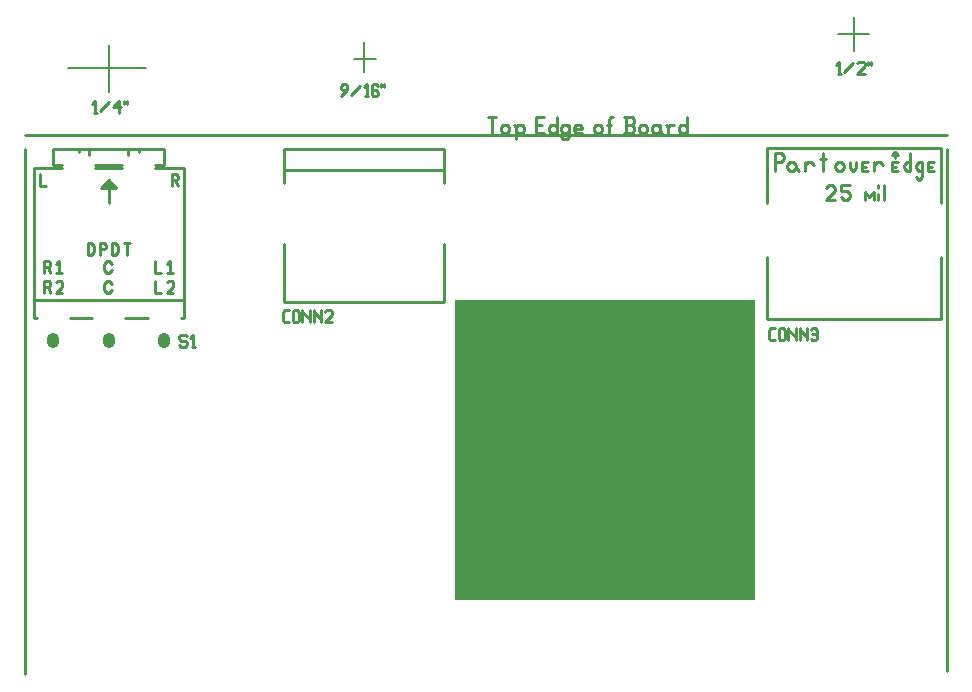
<source format=gbr>
G04 start of page 5 for group -4079 idx -4079 *
G04 Title: (unknown), topsilk *
G04 Creator: pcb 20091103 *
G04 CreationDate: Fri Aug 27 15:58:52 2010 UTC *
G04 For: fosse *
G04 Format: Gerber/RS-274X *
G04 PCB-Dimensions: 330000 250000 *
G04 PCB-Coordinate-Origin: lower left *
%MOIN*%
%FSLAX25Y25*%
%LNFRONTSILK*%
%ADD14C,0.0200*%
%ADD23C,0.0110*%
%ADD24C,0.0060*%
%ADD25C,0.0100*%
%ADD26C,0.0400*%
G54D14*G36*
X156000Y30000D02*Y130000D01*
X256000D01*
Y30000D01*
X156000D01*
G37*
G54D23*X12500Y180500D02*Y5500D01*
G54D24*X40500Y207500D02*X53000D01*
X27000D01*
X129400Y210600D02*X122200D01*
X125500Y216000D02*Y206000D01*
X284800Y218800D02*X293900D01*
X283500D01*
X288900D02*X284800D01*
X40500Y215000D02*Y199500D01*
G54D23*X320000Y6500D02*Y180500D01*
G54D25*X12500Y185000D02*X320000D01*
G54D24*X289000Y224500D02*Y213000D01*
G54D25*X283500Y205500D02*X284500D01*
X284000Y209500D02*Y205500D01*
X283000Y208500D02*X284000Y209500D01*
X285701Y206000D02*X288701Y209000D01*
X289902D02*X290402Y209500D01*
X291902D01*
X292402Y209000D01*
Y208000D01*
X289902Y205500D02*X292402Y208000D01*
X289902Y205500D02*X292402D01*
X293603Y209500D02*Y208500D01*
X294603Y209500D02*Y208500D01*
X118000Y198000D02*X120000Y200000D01*
Y201500D02*Y200000D01*
X119500Y202000D02*X120000Y201500D01*
X118500Y202000D02*X119500D01*
X118000Y201500D02*X118500Y202000D01*
X118000Y201500D02*Y200500D01*
X118500Y200000D01*
X120000D01*
X121201Y198500D02*X124201Y201500D01*
X125902Y198000D02*X126902D01*
X126402Y202000D02*Y198000D01*
X125402Y201000D02*X126402Y202000D01*
X129603D02*X130103Y201500D01*
X128603Y202000D02*X129603D01*
X128103Y201500D02*X128603Y202000D01*
X128103Y201500D02*Y198500D01*
X128603Y198000D01*
X129603Y200000D02*X130103Y199500D01*
X128103Y200000D02*X129603D01*
X128603Y198000D02*X129603D01*
X130103Y198500D01*
Y199500D02*Y198500D01*
X131304Y202000D02*Y201000D01*
X132304Y202000D02*Y201000D01*
X35500Y192500D02*X36500D01*
X36000Y196500D02*Y192500D01*
X35000Y195500D02*X36000Y196500D01*
X37701Y193000D02*X40701Y196000D01*
X41902Y194500D02*X43902Y196500D01*
X41902Y194500D02*X44402D01*
X43902Y196500D02*Y192500D01*
X45603Y196500D02*Y195500D01*
X46603Y196500D02*Y195500D01*
X167000Y191170D02*X169660D01*
X168330D02*Y185850D01*
X171257Y187845D02*Y186515D01*
Y187845D02*X171922Y188510D01*
X173252D01*
X173917Y187845D01*
Y186515D01*
X173252Y185850D02*X173917Y186515D01*
X171922Y185850D02*X173252D01*
X171257Y186515D02*X171922Y185850D01*
X176179Y187845D02*Y183855D01*
X175514Y188510D02*X176179Y187845D01*
X176844Y188510D01*
X178174D01*
X178839Y187845D01*
Y186515D01*
X178174Y185850D02*X178839Y186515D01*
X176844Y185850D02*X178174D01*
X176179Y186515D02*X176844Y185850D01*
X182830Y188510D02*X184825D01*
X182830Y185850D02*X185490D01*
X182830Y191170D02*Y185850D01*
Y191170D02*X185490D01*
X189748D02*Y185850D01*
X189083D02*X189748Y186515D01*
X187753Y185850D02*X189083D01*
X187088Y186515D02*X187753Y185850D01*
X187088Y187845D02*Y186515D01*
Y187845D02*X187753Y188510D01*
X189083D01*
X189748Y187845D01*
X193340Y188510D02*X194005Y187845D01*
X192010Y188510D02*X193340D01*
X191345Y187845D02*X192010Y188510D01*
X191345Y187845D02*Y186515D01*
X192010Y185850D01*
X193340D01*
X194005Y186515D01*
X191345Y184520D02*X192010Y183855D01*
X193340D01*
X194005Y184520D01*
Y188510D02*Y184520D01*
X196267Y185850D02*X198262D01*
X195602Y186515D02*X196267Y185850D01*
X195602Y187845D02*Y186515D01*
Y187845D02*X196267Y188510D01*
X197597D01*
X198262Y187845D01*
X195602Y187180D02*X198262D01*
Y187845D02*Y187180D01*
X202254Y187845D02*Y186515D01*
Y187845D02*X202919Y188510D01*
X204249D01*
X204914Y187845D01*
Y186515D01*
X204249Y185850D02*X204914Y186515D01*
X202919Y185850D02*X204249D01*
X202254Y186515D02*X202919Y185850D01*
X207176Y190505D02*Y185850D01*
Y190505D02*X207841Y191170D01*
X208506D01*
X206511Y188510D02*X207841D01*
X212231Y185850D02*X214891D01*
X215556Y186515D01*
Y187845D02*Y186515D01*
X214891Y188510D02*X215556Y187845D01*
X212896Y188510D02*X214891D01*
X212896Y191170D02*Y185850D01*
X212231Y191170D02*X214891D01*
X215556Y190505D01*
Y189175D01*
X214891Y188510D02*X215556Y189175D01*
X217154Y187845D02*Y186515D01*
Y187845D02*X217819Y188510D01*
X219149D01*
X219814Y187845D01*
Y186515D01*
X219149Y185850D02*X219814Y186515D01*
X217819Y185850D02*X219149D01*
X217154Y186515D02*X217819Y185850D01*
X223406Y188510D02*X224071Y187845D01*
X222076Y188510D02*X223406D01*
X221411Y187845D02*X222076Y188510D01*
X221411Y187845D02*Y186515D01*
X222076Y185850D01*
X224071Y188510D02*Y186515D01*
X224736Y185850D01*
X222076D02*X223406D01*
X224071Y186515D01*
X226998Y187845D02*Y185850D01*
Y187845D02*X227663Y188510D01*
X228993D01*
X226333D02*X226998Y187845D01*
X233251Y191170D02*Y185850D01*
X232586D02*X233251Y186515D01*
X231256Y185850D02*X232586D01*
X230591Y186515D02*X231256Y185850D01*
X230591Y187845D02*Y186515D01*
Y187845D02*X231256Y188510D01*
X232586D01*
X233251Y187845D01*
X152075Y129406D02*Y148737D01*
Y180390D02*Y169052D01*
X98925Y180390D02*Y169052D01*
X152075Y129406D02*X98925D01*
Y180390D02*X152075D01*
X98925Y129406D02*Y148737D01*
Y173500D02*X152074D01*
X260000Y162500D02*Y180820D01*
X318000Y123650D02*Y144500D01*
X260000Y123650D02*X318000D01*
X260000Y180850D02*X318000D01*
Y162500D02*Y180850D01*
X260000Y123650D02*Y144500D01*
X279500Y163500D02*X282500D01*
X281500Y168500D02*X282500Y167500D01*
Y166500D01*
X279500Y163500D01*
X287500Y168500D02*X284500D01*
Y166500D01*
X286500D01*
X287500Y165500D01*
Y164500D01*
X286500Y163500D01*
X285500D01*
X284500Y164500D01*
X279500Y167500D02*X280500Y168500D01*
X281500D01*
X299000D02*Y163500D01*
X297000Y165500D02*Y163500D01*
Y167500D02*Y168500D01*
X295500Y163500D02*Y166000D01*
X294000Y164500D01*
X292500Y166000D01*
Y163500D01*
X262500Y179000D02*Y173000D01*
Y179000D02*X264500D01*
X265500Y178000D01*
Y177000D01*
X264500Y176000D01*
X262500D01*
X267500D02*X266500Y175000D01*
Y174000D01*
X267500Y173000D01*
X268500D01*
X269500Y174000D01*
Y175000D01*
X268500Y176000D01*
X267500D01*
X269500Y174000D02*X270500Y173000D01*
X275500Y175000D02*X274500Y176000D01*
X273500D01*
X272500Y175000D01*
Y173000D02*Y176000D01*
X278500Y179000D02*Y173000D01*
X279500Y177000D02*X277500D01*
X283500Y173000D02*X282500Y174000D01*
Y175000D01*
X283500Y176000D01*
X284500D01*
X285500Y175000D01*
Y174000D01*
X284500Y173000D01*
X283500D01*
X287500Y176000D02*Y174000D01*
X288500Y173000D01*
X289500Y174000D01*
Y176000D01*
X291500Y173000D02*X293500D01*
Y176000D02*X291500D01*
Y173000D01*
X297500Y176000D02*X296500D01*
X295500Y175000D01*
Y173000D02*Y176000D01*
X298500Y175000D02*X297500Y176000D01*
X301500Y173000D02*X303500D01*
Y176000D02*X301500D01*
Y173000D01*
X307500Y176000D02*X306500D01*
X305500Y175000D01*
Y174000D01*
X306500Y173000D01*
X307500D01*
Y179000D01*
X311500Y176000D02*X310500D01*
X309500Y175000D01*
Y174000D01*
X310500Y173000D01*
X311500D01*
Y176000D02*Y171000D01*
X310500Y170000D01*
X309500Y171000D01*
X313500Y173000D02*X315500D01*
Y176000D02*X313500D01*
Y173000D01*
X315000Y174500D02*X313500D01*
X303000D02*X301500D01*
X293000D02*X291500D01*
X302500Y179500D02*X301500Y178500D01*
X302500Y179500D02*X303500Y178500D01*
X302500Y177500D02*Y179500D01*
X41500Y142000D02*X40500Y143000D01*
X40000Y132500D02*X40500D01*
X41500Y133500D01*
X39000D02*X40000Y132500D01*
Y136500D02*X39000Y135500D01*
X40500Y136500D02*X40000D01*
X41500Y135500D02*X40500Y136500D01*
Y143000D02*X40000D01*
Y139000D02*X40500D01*
X41500Y140000D01*
X39000D02*X40000Y139000D01*
Y143000D02*X39000Y142000D01*
Y140000D01*
Y135500D02*Y133500D01*
X46500Y149000D02*Y145000D01*
X45500Y149000D02*X47500D01*
X43500Y146000D02*Y148000D01*
X42500Y145000D02*X43500Y146000D01*
X41500Y145000D02*X42500D01*
X41500Y149000D02*Y145000D01*
X19000Y143000D02*X20500D01*
X19000D02*Y139000D01*
X23500Y136500D02*X24500D01*
X25000Y136000D01*
X23000D02*X23500Y136500D01*
X25000Y134500D02*X23000Y132500D01*
X56000Y136500D02*Y132500D01*
X61000Y143000D02*X60000Y142000D01*
X61000Y139000D02*Y143000D01*
X60000Y139000D02*X62000D01*
X56000D02*X58000D01*
X56000Y143000D02*Y139000D01*
X60000Y132500D02*X62000D01*
Y134500D02*X60000Y132500D01*
X62000Y136000D02*Y134500D01*
X61500Y136500D02*X62000Y136000D01*
X60000D02*X60500Y136500D01*
X61500D01*
X23000Y132500D02*X25000D01*
X56000D02*X58000D01*
X24000Y143000D02*X23000Y142000D01*
X24000Y139000D02*Y143000D01*
X23000Y139000D02*X25000D01*
X19000Y136500D02*Y132500D01*
X25000Y136000D02*Y134500D01*
X17500Y168000D02*X19500D01*
X17500Y172000D02*Y168000D01*
X63000Y169500D02*X63500Y168000D01*
X63000Y170000D02*X62000D01*
X63500Y170500D02*X63000Y170000D01*
X63500Y171500D02*Y170500D01*
X63000Y172000D02*X63500Y171500D01*
X61500Y172000D02*X63000D01*
X61500D02*Y168000D01*
X20500Y134000D02*X21000Y132500D01*
X20500Y140500D02*X21000Y139000D01*
X20500Y134500D02*X19500D01*
X21000Y135000D02*X20500Y134500D01*
X21000Y136000D02*Y135000D01*
X20500Y136500D02*X21000Y136000D01*
X19000Y136500D02*X20500D01*
Y141000D02*X19500D01*
X21000Y141500D02*X20500Y141000D01*
X21000Y142500D02*Y141500D01*
X20500Y143000D02*X21000Y142500D01*
X42500Y149000D02*X41500D01*
X43500Y148000D02*X42500Y149000D01*
X39000Y147000D02*X38000D01*
X39500Y147500D02*X39000Y147000D01*
X39500Y148500D02*Y147500D01*
X39000Y149000D02*X39500Y148500D01*
X37500Y149000D02*X39000D01*
X37500Y145000D02*Y149000D01*
X34500D02*X33500D01*
X35500Y148000D02*X34500Y149000D01*
X35500Y146000D02*Y148000D01*
X34500Y145000D02*X35500Y146000D01*
X33500Y145000D02*X34500D01*
X33500Y149000D02*Y145000D01*
X39000Y167500D02*X40500Y169000D01*
X42000Y167500D01*
X43000D02*X40500Y170000D01*
X38000Y167500D02*X43000D01*
X40500Y170000D02*X38000Y167500D01*
X40500Y170000D02*Y162500D01*
X15500Y130000D02*X65500D01*
X15500Y174000D02*Y124000D01*
G54D26*X40500Y117000D02*Y116000D01*
X22000Y117000D02*Y116000D01*
G54D25*X47000Y178500D02*Y180500D01*
X45000Y175000D02*X36000D01*
X59000D02*X56000D01*
X59000Y180500D02*Y175000D01*
X22000Y180500D02*X59000D01*
X22000Y175000D02*Y180500D01*
X25000Y175000D02*X22000D01*
X65500Y174000D02*X56000D01*
X36000D02*X45000D01*
X15500D02*X25000D01*
X30500Y179500D02*Y180500D01*
X34000Y178500D02*Y180500D01*
X46000Y124000D02*X53500D01*
X27500D02*X35000D01*
X65500D02*X64500D01*
X16500D02*X15500D01*
X50500Y179500D02*Y180500D01*
X65500Y124000D02*Y174000D01*
G54D26*X59000Y117000D02*Y116000D01*
G54D25*X99134Y122752D02*X100634D01*
X98634Y123252D02*X99134Y122752D01*
X98634Y126252D02*Y123252D01*
Y126252D02*X99134Y126752D01*
X100634D01*
X101835Y126252D02*Y123252D01*
Y126252D02*X102335Y126752D01*
X103335D01*
X103835Y126252D01*
Y123252D01*
X103335Y122752D02*X103835Y123252D01*
X102335Y122752D02*X103335D01*
X101835Y123252D02*X102335Y122752D01*
X105036Y126752D02*Y122752D01*
Y126752D02*Y126252D01*
X107536Y123752D01*
Y126752D02*Y122752D01*
X108737Y126752D02*Y122752D01*
Y126752D02*Y126252D01*
X111237Y123752D01*
Y126752D02*Y122752D01*
X112438Y126252D02*X112938Y126752D01*
X114438D01*
X114938Y126252D01*
Y125252D01*
X112438Y122752D02*X114938Y125252D01*
X112438Y122752D02*X114938D01*
X261140Y116760D02*X262640D01*
X260640Y117260D02*X261140Y116760D01*
X260640Y120260D02*Y117260D01*
Y120260D02*X261140Y120760D01*
X262640D01*
X263841Y120260D02*Y117260D01*
Y120260D02*X264341Y120760D01*
X265341D01*
X265841Y120260D01*
Y117260D01*
X265341Y116760D02*X265841Y117260D01*
X264341Y116760D02*X265341D01*
X263841Y117260D02*X264341Y116760D01*
X267042Y120760D02*Y116760D01*
Y120760D02*Y120260D01*
X269542Y117760D01*
Y120760D02*Y116760D01*
X270743Y120760D02*Y116760D01*
Y120760D02*Y120260D01*
X273243Y117760D01*
Y120760D02*Y116760D01*
X274444Y120260D02*X274944Y120760D01*
X275944D01*
X276444Y120260D01*
Y117260D01*
X275944Y116760D02*X276444Y117260D01*
X274944Y116760D02*X275944D01*
X274444Y117260D02*X274944Y116760D01*
Y118760D02*X276444D01*
X66000Y118500D02*X66500Y118000D01*
X64500Y118500D02*X66000D01*
X64000Y118000D02*X64500Y118500D01*
X64000Y118000D02*Y117000D01*
X64500Y116500D01*
X66000D01*
X66500Y116000D01*
Y115000D01*
X66000Y114500D02*X66500Y115000D01*
X64500Y114500D02*X66000D01*
X64000Y115000D02*X64500Y114500D01*
X68201D02*X69201D01*
X68701Y118500D02*Y114500D01*
X67701Y117500D02*X68701Y118500D01*
M02*

</source>
